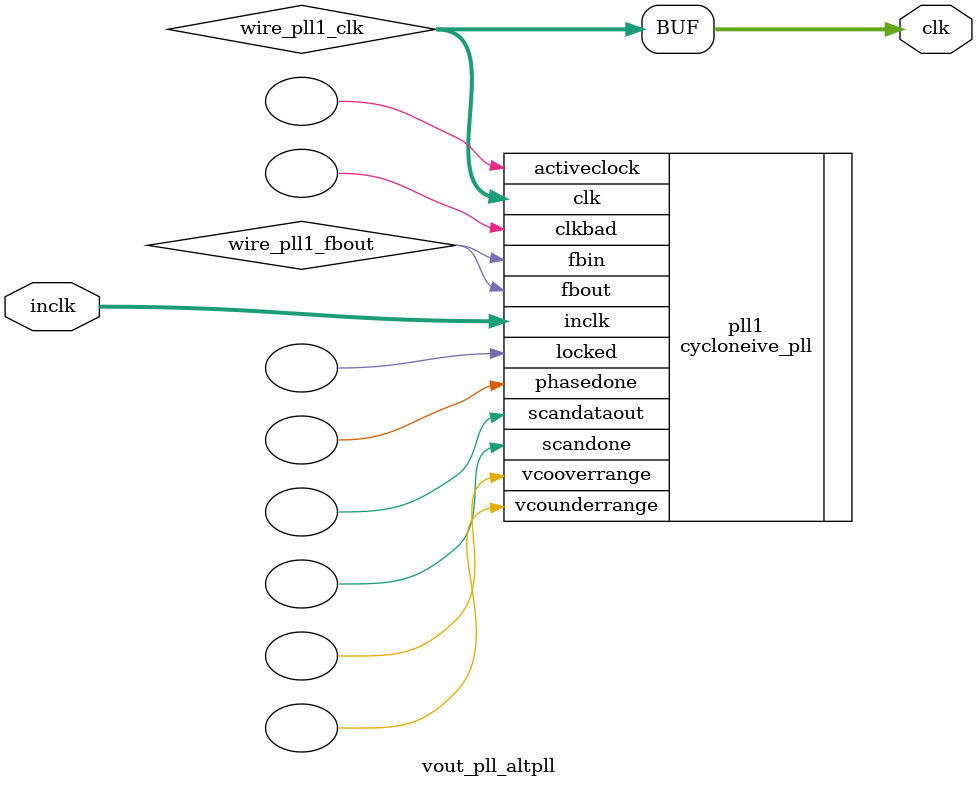
<source format=v>






//synthesis_resources = cycloneive_pll 1 
//synopsys translate_off
`timescale 1 ps / 1 ps
//synopsys translate_on
module  vout_pll_altpll
	( 
	clk,
	inclk) /* synthesis synthesis_clearbox=1 */;
	output   [4:0]  clk;
	input   [1:0]  inclk;
`ifndef ALTERA_RESERVED_QIS
// synopsys translate_off
`endif
	tri0   [1:0]  inclk;
`ifndef ALTERA_RESERVED_QIS
// synopsys translate_on
`endif

	wire  [4:0]   wire_pll1_clk;
	wire  wire_pll1_fbout;

	cycloneive_pll   pll1
	( 
	.activeclock(),
	.clk(wire_pll1_clk),
	.clkbad(),
	.fbin(wire_pll1_fbout),
	.fbout(wire_pll1_fbout),
	.inclk(inclk),
	.locked(),
	.phasedone(),
	.scandataout(),
	.scandone(),
	.vcooverrange(),
	.vcounderrange()
	`ifndef FORMAL_VERIFICATION
	// synopsys translate_off
	`endif
	,
	.areset(1'b0),
	.clkswitch(1'b0),
	.configupdate(1'b0),
	.pfdena(1'b1),
	.phasecounterselect({3{1'b0}}),
	.phasestep(1'b0),
	.phaseupdown(1'b0),
	.scanclk(1'b0),
	.scanclkena(1'b1),
	.scandata(1'b0)
	`ifndef FORMAL_VERIFICATION
	// synopsys translate_on
	`endif
	);
	defparam
		pll1.bandwidth_type = "auto",
		pll1.clk0_divide_by = 50,
		pll1.clk0_duty_cycle = 50,
		pll1.clk0_multiply_by = 33,
		pll1.clk0_phase_shift = "0",
		pll1.clk1_divide_by = 50,
		pll1.clk1_duty_cycle = 50,
		pll1.clk1_multiply_by = 33,
		pll1.clk1_phase_shift = "10101",
		pll1.compensate_clock = "clk0",
		pll1.inclk0_input_frequency = 20000,
		pll1.operation_mode = "normal",
		pll1.pll_type = "auto",
		pll1.lpm_type = "cycloneive_pll";
	assign
		clk = {wire_pll1_clk[4:0]};
endmodule //vout_pll_altpll
//VALID FILE

</source>
